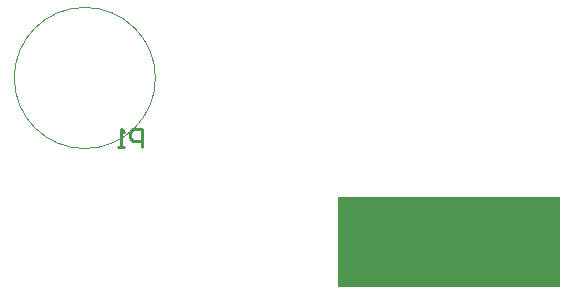
<source format=gbo>
G04 Layer_Color=32896*
%FSLAX25Y25*%
%MOIN*%
G70*
G01*
G75*
%ADD34C,0.01000*%
%ADD54C,0.00394*%
%ADD88R,0.74000X0.30315*%
D34*
X29628Y-81100D02*
Y-75102D01*
X26629D01*
X25629Y-76102D01*
Y-78101D01*
X26629Y-79101D01*
X29628D01*
X23630Y-81100D02*
X21631D01*
X22630D01*
Y-75102D01*
X23630Y-76102D01*
D54*
X34248Y-58001D02*
G03*
X34248Y-58001I-23533J0D01*
G01*
D88*
X132000Y-112843D02*
D03*
M02*

</source>
